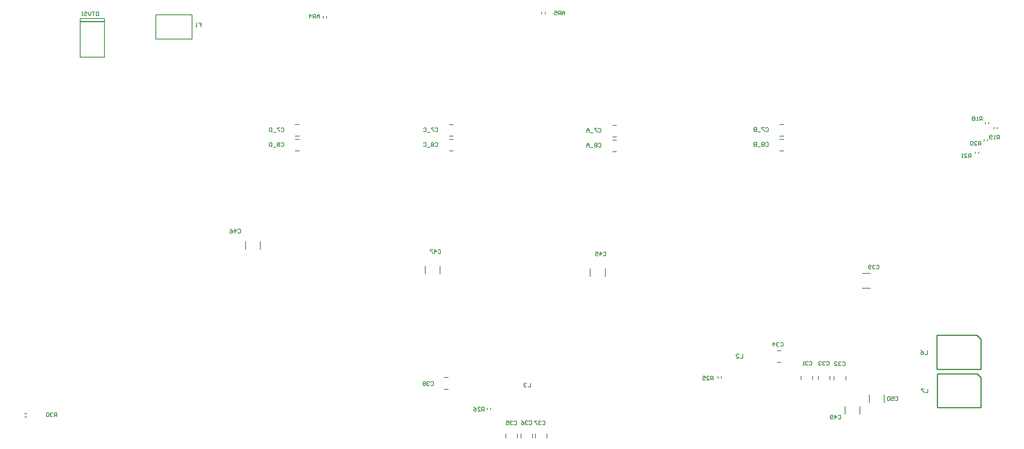
<source format=gbr>
G04 Layer_Color=32896*
%FSLAX45Y45*%
%MOMM*%
%TF.FileFunction,Legend,Bot*%
%TF.Part,Single*%
G01*
G75*
%TA.AperFunction,NonConductor*%
%ADD62C,0.25400*%
%ADD82C,0.20000*%
%ADD88C,0.15000*%
D62*
X4194998Y10553705D02*
X4695002D01*
X22650999Y4087000D02*
X22731000Y4007000D01*
X21831000Y4087000D02*
X22650999D01*
X21831000Y3387000D02*
Y4087000D01*
Y3387000D02*
X22731000D01*
Y4007000D01*
X22655000Y3297000D02*
X22735001Y3217000D01*
X21835001Y3297000D02*
X22655000D01*
X21835001Y2597000D02*
Y3297000D01*
Y2597000D02*
X22735001D01*
Y3217000D01*
D82*
X20249001Y2465000D02*
Y2625000D01*
X19939000Y2465000D02*
Y2625000D01*
X20748000Y2701000D02*
Y2861000D01*
X20438000Y2701000D02*
Y2861000D01*
X18541000Y3772000D02*
X18621001D01*
X18541000Y3532000D02*
X18621001D01*
X18597400Y7883000D02*
X18677400D01*
X18597400Y8123000D02*
X18677400D01*
X18597400Y8187800D02*
X18677400D01*
X18597400Y8427800D02*
X18677400D01*
X15153400Y7866000D02*
X15233400D01*
X15153400Y8106000D02*
X15233400D01*
X15153400Y8170800D02*
X15233400D01*
X15153400Y8410800D02*
X15233400D01*
X11793400Y7879000D02*
X11873400D01*
X11793400Y8119000D02*
X11873400D01*
X11793400Y8183800D02*
X11873400D01*
X11793400Y8423800D02*
X11873400D01*
X6493901Y10189403D02*
Y10439405D01*
X5748899Y10189403D02*
X6493901D01*
X5748899D02*
Y10689402D01*
X6493901D01*
Y10439405D02*
Y10689402D01*
X9265361Y10620055D02*
Y10660060D01*
X9195359Y10620055D02*
Y10660060D01*
X13766000Y10705995D02*
Y10746000D01*
X13695999Y10705995D02*
Y10746000D01*
X4194998Y10611800D02*
X4445000D01*
X4194998Y9809805D02*
Y10611800D01*
Y9809805D02*
X4695002D01*
Y10611800D01*
X4445000D02*
X4695002D01*
X7592000Y5863600D02*
Y6023600D01*
X7902000Y5863600D02*
Y6023600D01*
X19386000Y3174000D02*
Y3254000D01*
X19625999Y3174000D02*
Y3254000D01*
X19716000Y3166000D02*
Y3246000D01*
X19956000Y3166000D02*
Y3246000D01*
X19033000Y3174000D02*
Y3254000D01*
X19273000Y3174000D02*
Y3254000D01*
X11687000Y3214000D02*
X11767000D01*
X11687000Y2974000D02*
X11767000D01*
X13564999Y1975000D02*
Y2055000D01*
X13805000Y1975000D02*
Y2055000D01*
X13264999Y1977000D02*
Y2057000D01*
X13505000Y1977000D02*
Y2057000D01*
X12953999Y1975000D02*
Y2055000D01*
X13194000Y1975000D02*
Y2055000D01*
X12644000Y2554000D02*
Y2594000D01*
X12574000Y2554000D02*
Y2594000D01*
X3053400Y2473400D02*
X3093400D01*
X3053400Y2403400D02*
X3093400D01*
X22691800Y7828600D02*
Y7868600D01*
X22621800Y7828600D02*
Y7868600D01*
X22869600Y8082600D02*
Y8122600D01*
X22799600Y8082600D02*
Y8122600D01*
X23072800Y8336600D02*
Y8376600D01*
X23002800Y8336600D02*
Y8376600D01*
X22825000Y8438200D02*
Y8478200D01*
X22895000Y8438200D02*
Y8478200D01*
X8621400Y8185800D02*
X8701400D01*
X8621400Y8425800D02*
X8701400D01*
X8621400Y7881000D02*
X8701400D01*
X8621400Y8121000D02*
X8701400D01*
X20298000Y5363000D02*
X20458000D01*
X20298000Y5053000D02*
X20458000D01*
X14695000Y5302000D02*
Y5462000D01*
X15005000Y5302000D02*
Y5462000D01*
X11294000Y5349000D02*
Y5509000D01*
X11604000Y5349000D02*
Y5509000D01*
X17389999Y3204000D02*
Y3244000D01*
X17320000Y3204000D02*
Y3244000D01*
D88*
X20971684Y2807645D02*
X20985013Y2820974D01*
X21011671D01*
X21025000Y2807645D01*
Y2754329D01*
X21011671Y2741000D01*
X20985013D01*
X20971684Y2754329D01*
X20891710Y2820974D02*
X20945026D01*
Y2780987D01*
X20918369Y2794316D01*
X20905038D01*
X20891710Y2780987D01*
Y2754329D01*
X20905038Y2741000D01*
X20931697D01*
X20945026Y2754329D01*
X20865051Y2807645D02*
X20851723Y2820974D01*
X20825066D01*
X20811736Y2807645D01*
Y2754329D01*
X20825066Y2741000D01*
X20851723D01*
X20865051Y2754329D01*
Y2807645D01*
X19797684Y2426645D02*
X19811012Y2439974D01*
X19837671D01*
X19850999Y2426645D01*
Y2373329D01*
X19837671Y2360000D01*
X19811012D01*
X19797684Y2373329D01*
X19731039Y2360000D02*
Y2439974D01*
X19771027Y2399987D01*
X19717709D01*
X19691052Y2373329D02*
X19677722Y2360000D01*
X19651064D01*
X19637735Y2373329D01*
Y2426645D01*
X19651064Y2439974D01*
X19677722D01*
X19691052Y2426645D01*
Y2413316D01*
X19677722Y2399987D01*
X19637735D01*
X18607684Y3926645D02*
X18621013Y3939974D01*
X18647672D01*
X18661000Y3926645D01*
Y3873329D01*
X18647672Y3860000D01*
X18621013D01*
X18607684Y3873329D01*
X18581026Y3926645D02*
X18567696Y3939974D01*
X18541039D01*
X18527708Y3926645D01*
Y3913316D01*
X18541039Y3899987D01*
X18554369D01*
X18541039D01*
X18527708Y3886658D01*
Y3873329D01*
X18541039Y3860000D01*
X18567696D01*
X18581026Y3873329D01*
X18461064Y3860000D02*
Y3939974D01*
X18501051Y3899987D01*
X18447736D01*
X18304683Y8044245D02*
X18318011Y8057574D01*
X18344670D01*
X18358000Y8044245D01*
Y7990929D01*
X18344670Y7977600D01*
X18318011D01*
X18304683Y7990929D01*
X18278024Y8044245D02*
X18264696Y8057574D01*
X18238039D01*
X18224709Y8044245D01*
Y8030916D01*
X18238039Y8017587D01*
X18224709Y8004258D01*
Y7990929D01*
X18238039Y7977600D01*
X18264696D01*
X18278024Y7990929D01*
Y8004258D01*
X18264696Y8017587D01*
X18278024Y8030916D01*
Y8044245D01*
X18264696Y8017587D02*
X18238039D01*
X18198051Y7964271D02*
X18144736D01*
X18118077Y8057574D02*
Y7977600D01*
X18078090D01*
X18064761Y7990929D01*
Y8004258D01*
X18078090Y8017587D01*
X18118077D01*
X18078090D01*
X18064761Y8030916D01*
Y8044245D01*
X18078090Y8057574D01*
X18118077D01*
X18304683Y8349045D02*
X18318011Y8362374D01*
X18344670D01*
X18358000Y8349045D01*
Y8295729D01*
X18344670Y8282400D01*
X18318011D01*
X18304683Y8295729D01*
X18278024Y8362374D02*
X18224709D01*
Y8349045D01*
X18278024Y8295729D01*
Y8282400D01*
X18198051Y8269071D02*
X18144736D01*
X18118077Y8362374D02*
Y8282400D01*
X18078090D01*
X18064761Y8295729D01*
Y8309058D01*
X18078090Y8322387D01*
X18118077D01*
X18078090D01*
X18064761Y8335716D01*
Y8349045D01*
X18078090Y8362374D01*
X18118077D01*
X14860684Y8027245D02*
X14874013Y8040574D01*
X14900671D01*
X14914000Y8027245D01*
Y7973929D01*
X14900671Y7960600D01*
X14874013D01*
X14860684Y7973929D01*
X14834026Y8027245D02*
X14820697Y8040574D01*
X14794038D01*
X14780710Y8027245D01*
Y8013916D01*
X14794038Y8000587D01*
X14780710Y7987258D01*
Y7973929D01*
X14794038Y7960600D01*
X14820697D01*
X14834026Y7973929D01*
Y7987258D01*
X14820697Y8000587D01*
X14834026Y8013916D01*
Y8027245D01*
X14820697Y8000587D02*
X14794038D01*
X14754053Y7947271D02*
X14700735D01*
X14674077Y7960600D02*
Y8013916D01*
X14647420Y8040574D01*
X14620761Y8013916D01*
Y7960600D01*
Y8000587D01*
X14674077D01*
X14860684Y8332045D02*
X14874013Y8345374D01*
X14900671D01*
X14914000Y8332045D01*
Y8278729D01*
X14900671Y8265400D01*
X14874013D01*
X14860684Y8278729D01*
X14834026Y8345374D02*
X14780710D01*
Y8332045D01*
X14834026Y8278729D01*
Y8265400D01*
X14754053Y8252071D02*
X14700735D01*
X14674077Y8265400D02*
Y8318716D01*
X14647420Y8345374D01*
X14620761Y8318716D01*
Y8265400D01*
Y8305387D01*
X14674077D01*
X11500684Y8040245D02*
X11514013Y8053574D01*
X11540671D01*
X11554000Y8040245D01*
Y7986929D01*
X11540671Y7973600D01*
X11514013D01*
X11500684Y7986929D01*
X11474026Y8040245D02*
X11460696Y8053574D01*
X11434038D01*
X11420709Y8040245D01*
Y8026916D01*
X11434038Y8013587D01*
X11420709Y8000258D01*
Y7986929D01*
X11434038Y7973600D01*
X11460696D01*
X11474026Y7986929D01*
Y8000258D01*
X11460696Y8013587D01*
X11474026Y8026916D01*
Y8040245D01*
X11460696Y8013587D02*
X11434038D01*
X11394051Y7960271D02*
X11340735D01*
X11260761Y8040245D02*
X11274090Y8053574D01*
X11300748D01*
X11314077Y8040245D01*
Y7986929D01*
X11300748Y7973600D01*
X11274090D01*
X11260761Y7986929D01*
X11500684Y8345045D02*
X11514013Y8358374D01*
X11540671D01*
X11554000Y8345045D01*
Y8291729D01*
X11540671Y8278400D01*
X11514013D01*
X11500684Y8291729D01*
X11474026Y8358374D02*
X11420709D01*
Y8345045D01*
X11474026Y8291729D01*
Y8278400D01*
X11394051Y8265071D02*
X11340735D01*
X11260761Y8345045D02*
X11274090Y8358374D01*
X11300748D01*
X11314077Y8345045D01*
Y8291729D01*
X11300748Y8278400D01*
X11274090D01*
X11260761Y8291729D01*
X21644000Y2982974D02*
Y2903000D01*
X21590685D01*
X21564026Y2982974D02*
X21510710D01*
Y2969645D01*
X21564026Y2916329D01*
Y2903000D01*
X21634000Y3775974D02*
Y3696000D01*
X21580684D01*
X21500710Y3775974D02*
X21527368Y3762645D01*
X21554025Y3735987D01*
Y3709329D01*
X21540697Y3696000D01*
X21514040D01*
X21500710Y3709329D01*
Y3722658D01*
X21514040Y3735987D01*
X21554025D01*
X6626884Y10519374D02*
X6680200D01*
Y10479387D01*
X6653542D01*
X6680200D01*
Y10439400D01*
X6600226D02*
X6573568D01*
X6586897D01*
Y10519374D01*
X6600226Y10506045D01*
X9118600Y10617200D02*
Y10670516D01*
X9091942Y10697174D01*
X9065284Y10670516D01*
Y10617200D01*
Y10657187D01*
X9118600D01*
X9038626Y10617200D02*
Y10697174D01*
X8998639D01*
X8985310Y10683845D01*
Y10657187D01*
X8998639Y10643858D01*
X9038626D01*
X9011968D02*
X8985310Y10617200D01*
X8918664D02*
Y10697174D01*
X8958652Y10657187D01*
X8905336D01*
X14167880Y10682820D02*
Y10736136D01*
X14141222Y10762794D01*
X14114565Y10736136D01*
Y10682820D01*
Y10722807D01*
X14167880D01*
X14087906Y10682820D02*
Y10762794D01*
X14047919D01*
X14034590Y10749465D01*
Y10722807D01*
X14047919Y10709478D01*
X14087906D01*
X14061247D02*
X14034590Y10682820D01*
X13954614Y10762794D02*
X14007932D01*
Y10722807D01*
X13981274Y10736136D01*
X13967944D01*
X13954614Y10722807D01*
Y10696149D01*
X13967944Y10682820D01*
X13994601D01*
X14007932Y10696149D01*
X4572000Y10747974D02*
Y10668000D01*
X4532013D01*
X4518684Y10681329D01*
Y10734645D01*
X4532013Y10747974D01*
X4572000D01*
X4492026D02*
X4438710D01*
X4465368D01*
Y10668000D01*
X4412052Y10747974D02*
Y10694658D01*
X4385394Y10668000D01*
X4358736Y10694658D01*
Y10747974D01*
X4278761Y10734645D02*
X4292090Y10747974D01*
X4318748D01*
X4332077Y10734645D01*
Y10721316D01*
X4318748Y10707987D01*
X4292090D01*
X4278761Y10694658D01*
Y10681329D01*
X4292090Y10668000D01*
X4318748D01*
X4332077Y10681329D01*
X4252103Y10668000D02*
X4225445D01*
X4238774D01*
Y10747974D01*
X4252103Y10734645D01*
X7438414Y6260435D02*
X7451743Y6273764D01*
X7478401D01*
X7491730Y6260435D01*
Y6207119D01*
X7478401Y6193790D01*
X7451743D01*
X7438414Y6207119D01*
X7371769Y6193790D02*
Y6273764D01*
X7411756Y6233777D01*
X7358440D01*
X7278466Y6273764D02*
X7305124Y6260435D01*
X7331782Y6233777D01*
Y6207119D01*
X7318452Y6193790D01*
X7291794D01*
X7278466Y6207119D01*
Y6220448D01*
X7291794Y6233777D01*
X7331782D01*
X19554282Y3535445D02*
X19567612Y3548774D01*
X19594269D01*
X19607597Y3535445D01*
Y3482129D01*
X19594269Y3468800D01*
X19567612D01*
X19554282Y3482129D01*
X19527625Y3535445D02*
X19514294Y3548774D01*
X19487637D01*
X19474307Y3535445D01*
Y3522116D01*
X19487637Y3508787D01*
X19500966D01*
X19487637D01*
X19474307Y3495458D01*
Y3482129D01*
X19487637Y3468800D01*
X19514294D01*
X19527625Y3482129D01*
X19447650Y3535445D02*
X19434322Y3548774D01*
X19407663D01*
X19394334Y3535445D01*
Y3522116D01*
X19407663Y3508787D01*
X19420992D01*
X19407663D01*
X19394334Y3495458D01*
Y3482129D01*
X19407663Y3468800D01*
X19434322D01*
X19447650Y3482129D01*
X19884282Y3527445D02*
X19897610Y3540774D01*
X19924269D01*
X19937598Y3527445D01*
Y3474129D01*
X19924269Y3460800D01*
X19897610D01*
X19884282Y3474129D01*
X19857623Y3527445D02*
X19844295Y3540774D01*
X19817638D01*
X19804308Y3527445D01*
Y3514116D01*
X19817638Y3500787D01*
X19830966D01*
X19817638D01*
X19804308Y3487458D01*
Y3474129D01*
X19817638Y3460800D01*
X19844295D01*
X19857623Y3474129D01*
X19724335Y3460800D02*
X19777650D01*
X19724335Y3514116D01*
Y3527445D01*
X19737663Y3540774D01*
X19764320D01*
X19777650Y3527445D01*
X19201282Y3535445D02*
X19214610Y3548774D01*
X19241269D01*
X19254597Y3535445D01*
Y3482129D01*
X19241269Y3468800D01*
X19214610D01*
X19201282Y3482129D01*
X19174625Y3535445D02*
X19161295Y3548774D01*
X19134637D01*
X19121307Y3535445D01*
Y3522116D01*
X19134637Y3508787D01*
X19147966D01*
X19134637D01*
X19121307Y3495458D01*
Y3482129D01*
X19134637Y3468800D01*
X19161295D01*
X19174625Y3482129D01*
X19094650Y3468800D02*
X19067992D01*
X19081322D01*
Y3548774D01*
X19094650Y3535445D01*
X11411684Y3116645D02*
X11425013Y3129974D01*
X11451671D01*
X11465000Y3116645D01*
Y3063329D01*
X11451671Y3050000D01*
X11425013D01*
X11411684Y3063329D01*
X11385026Y3116645D02*
X11371697Y3129974D01*
X11345039D01*
X11331710Y3116645D01*
Y3103316D01*
X11345039Y3089987D01*
X11358368D01*
X11345039D01*
X11331710Y3076658D01*
Y3063329D01*
X11345039Y3050000D01*
X11371697D01*
X11385026Y3063329D01*
X11305052Y3116645D02*
X11291722Y3129974D01*
X11265064D01*
X11251735Y3116645D01*
Y3103316D01*
X11265064Y3089987D01*
X11251735Y3076658D01*
Y3063329D01*
X11265064Y3050000D01*
X11291722D01*
X11305052Y3063329D01*
Y3076658D01*
X11291722Y3089987D01*
X11305052Y3103316D01*
Y3116645D01*
X11291722Y3089987D02*
X11265064D01*
X13708684Y2310245D02*
X13722012Y2323574D01*
X13748671D01*
X13762000Y2310245D01*
Y2256929D01*
X13748671Y2243600D01*
X13722012D01*
X13708684Y2256929D01*
X13682027Y2310245D02*
X13668697Y2323574D01*
X13642039D01*
X13628709Y2310245D01*
Y2296916D01*
X13642039Y2283587D01*
X13655368D01*
X13642039D01*
X13628709Y2270258D01*
Y2256929D01*
X13642039Y2243600D01*
X13668697D01*
X13682027Y2256929D01*
X13602052Y2323574D02*
X13548737D01*
Y2310245D01*
X13602052Y2256929D01*
Y2243600D01*
X13433284Y2312245D02*
X13446613Y2325574D01*
X13473271D01*
X13486600Y2312245D01*
Y2258929D01*
X13473271Y2245600D01*
X13446613D01*
X13433284Y2258929D01*
X13406625Y2312245D02*
X13393297Y2325574D01*
X13366640D01*
X13353310Y2312245D01*
Y2298916D01*
X13366640Y2285587D01*
X13379968D01*
X13366640D01*
X13353310Y2272258D01*
Y2258929D01*
X13366640Y2245600D01*
X13393297D01*
X13406625Y2258929D01*
X13273335Y2325574D02*
X13299994Y2312245D01*
X13326653Y2285587D01*
Y2258929D01*
X13313322Y2245600D01*
X13286665D01*
X13273335Y2258929D01*
Y2272258D01*
X13286665Y2285587D01*
X13326653D01*
X13123083Y2310245D02*
X13136414Y2323574D01*
X13163071D01*
X13176401Y2310245D01*
Y2256929D01*
X13163071Y2243600D01*
X13136414D01*
X13123083Y2256929D01*
X13096426Y2310245D02*
X13083096Y2323574D01*
X13056439D01*
X13043111Y2310245D01*
Y2296916D01*
X13056439Y2283587D01*
X13069768D01*
X13056439D01*
X13043111Y2270258D01*
Y2256929D01*
X13056439Y2243600D01*
X13083096D01*
X13096426Y2256929D01*
X12963136Y2323574D02*
X13016452D01*
Y2283587D01*
X12989793Y2296916D01*
X12976465D01*
X12963136Y2283587D01*
Y2256929D01*
X12976465Y2243600D01*
X13003123D01*
X13016452Y2256929D01*
X13462000Y3102974D02*
Y3023000D01*
X13408684D01*
X13382027Y3089645D02*
X13368697Y3102974D01*
X13342039D01*
X13328709Y3089645D01*
Y3076316D01*
X13342039Y3062987D01*
X13355368D01*
X13342039D01*
X13328709Y3049658D01*
Y3036329D01*
X13342039Y3023000D01*
X13368697D01*
X13382027Y3036329D01*
X12509000Y2526000D02*
Y2605974D01*
X12469013D01*
X12455684Y2592645D01*
Y2565987D01*
X12469013Y2552658D01*
X12509000D01*
X12482342D02*
X12455684Y2526000D01*
X12375710D02*
X12429026D01*
X12375710Y2579316D01*
Y2592645D01*
X12389038Y2605974D01*
X12415697D01*
X12429026Y2592645D01*
X12295735Y2605974D02*
X12322393Y2592645D01*
X12349052Y2565987D01*
Y2539329D01*
X12335722Y2526000D01*
X12309064D01*
X12295735Y2539329D01*
Y2552658D01*
X12309064Y2565987D01*
X12349052D01*
X3708400Y2413000D02*
Y2492974D01*
X3668413D01*
X3655084Y2479645D01*
Y2452987D01*
X3668413Y2439658D01*
X3708400D01*
X3681742D02*
X3655084Y2413000D01*
X3628426Y2479645D02*
X3615097Y2492974D01*
X3588439D01*
X3575110Y2479645D01*
Y2466316D01*
X3588439Y2452987D01*
X3601768D01*
X3588439D01*
X3575110Y2439658D01*
Y2426329D01*
X3588439Y2413000D01*
X3615097D01*
X3628426Y2426329D01*
X3548452Y2479645D02*
X3535122Y2492974D01*
X3508464D01*
X3495136Y2479645D01*
Y2426329D01*
X3508464Y2413000D01*
X3535122D01*
X3548452Y2426329D01*
Y2479645D01*
X22529800Y7747000D02*
Y7826974D01*
X22489813D01*
X22476485Y7813645D01*
Y7786987D01*
X22489813Y7773658D01*
X22529800D01*
X22503142D02*
X22476485Y7747000D01*
X22396510D02*
X22449826D01*
X22396510Y7800316D01*
Y7813645D01*
X22409839Y7826974D01*
X22436497D01*
X22449826Y7813645D01*
X22369852Y7747000D02*
X22343195D01*
X22356522D01*
Y7826974D01*
X22369852Y7813645D01*
X22733000Y8001000D02*
Y8080974D01*
X22693013D01*
X22679684Y8067645D01*
Y8040987D01*
X22693013Y8027658D01*
X22733000D01*
X22706342D02*
X22679684Y8001000D01*
X22599710D02*
X22653026D01*
X22599710Y8054316D01*
Y8067645D01*
X22613039Y8080974D01*
X22639697D01*
X22653026Y8067645D01*
X22573051D02*
X22559721Y8080974D01*
X22533064D01*
X22519736Y8067645D01*
Y8014329D01*
X22533064Y8001000D01*
X22559721D01*
X22573051Y8014329D01*
Y8067645D01*
X23114000Y8128000D02*
Y8207974D01*
X23074013D01*
X23060684Y8194645D01*
Y8167987D01*
X23074013Y8154658D01*
X23114000D01*
X23087341D02*
X23060684Y8128000D01*
X23034026D02*
X23007368D01*
X23020697D01*
Y8207974D01*
X23034026Y8194645D01*
X22967381Y8141329D02*
X22954051Y8128000D01*
X22927393D01*
X22914064Y8141329D01*
Y8194645D01*
X22927393Y8207974D01*
X22954051D01*
X22967381Y8194645D01*
Y8181316D01*
X22954051Y8167987D01*
X22914064D01*
X22758400Y8509000D02*
Y8588974D01*
X22718413D01*
X22705084Y8575645D01*
Y8548987D01*
X22718413Y8535658D01*
X22758400D01*
X22731741D02*
X22705084Y8509000D01*
X22678426D02*
X22651768D01*
X22665097D01*
Y8588974D01*
X22678426Y8575645D01*
X22611781D02*
X22598451Y8588974D01*
X22571793D01*
X22558464Y8575645D01*
Y8562316D01*
X22571793Y8548987D01*
X22558464Y8535658D01*
Y8522329D01*
X22571793Y8509000D01*
X22598451D01*
X22611781Y8522329D01*
Y8535658D01*
X22598451Y8548987D01*
X22611781Y8562316D01*
Y8575645D01*
X22598451Y8548987D02*
X22571793D01*
X8328684Y8347045D02*
X8342013Y8360374D01*
X8368671D01*
X8382000Y8347045D01*
Y8293729D01*
X8368671Y8280400D01*
X8342013D01*
X8328684Y8293729D01*
X8302026Y8360374D02*
X8248710D01*
Y8347045D01*
X8302026Y8293729D01*
Y8280400D01*
X8222052Y8267071D02*
X8168736D01*
X8142077Y8360374D02*
Y8280400D01*
X8102090D01*
X8088761Y8293729D01*
Y8347045D01*
X8102090Y8360374D01*
X8142077D01*
X8328684Y8042245D02*
X8342013Y8055574D01*
X8368671D01*
X8382000Y8042245D01*
Y7988929D01*
X8368671Y7975600D01*
X8342013D01*
X8328684Y7988929D01*
X8302026Y8042245D02*
X8288697Y8055574D01*
X8262039D01*
X8248710Y8042245D01*
Y8028916D01*
X8262039Y8015587D01*
X8248710Y8002258D01*
Y7988929D01*
X8262039Y7975600D01*
X8288697D01*
X8302026Y7988929D01*
Y8002258D01*
X8288697Y8015587D01*
X8302026Y8028916D01*
Y8042245D01*
X8288697Y8015587D02*
X8262039D01*
X8222052Y7962271D02*
X8168736D01*
X8142077Y8055574D02*
Y7975600D01*
X8102090D01*
X8088761Y7988929D01*
Y8042245D01*
X8102090Y8055574D01*
X8142077D01*
X20584184Y5520025D02*
X20597513Y5533354D01*
X20624171D01*
X20637500Y5520025D01*
Y5466709D01*
X20624171Y5453380D01*
X20597513D01*
X20584184Y5466709D01*
X20557526Y5520025D02*
X20544197Y5533354D01*
X20517538D01*
X20504210Y5520025D01*
Y5506696D01*
X20517538Y5493367D01*
X20530869D01*
X20517538D01*
X20504210Y5480038D01*
Y5466709D01*
X20517538Y5453380D01*
X20544197D01*
X20557526Y5466709D01*
X20477551D02*
X20464223Y5453380D01*
X20437564D01*
X20424236Y5466709D01*
Y5520025D01*
X20437564Y5533354D01*
X20464223D01*
X20477551Y5520025D01*
Y5506696D01*
X20464223Y5493367D01*
X20424236D01*
X14960884Y5788345D02*
X14974213Y5801674D01*
X15000871D01*
X15014200Y5788345D01*
Y5735029D01*
X15000871Y5721700D01*
X14974213D01*
X14960884Y5735029D01*
X14894238Y5721700D02*
Y5801674D01*
X14934225Y5761687D01*
X14880910D01*
X14800935Y5801674D02*
X14854253D01*
Y5761687D01*
X14827594Y5775016D01*
X14814265D01*
X14800935Y5761687D01*
Y5735029D01*
X14814265Y5721700D01*
X14840923D01*
X14854253Y5735029D01*
X11559724Y5836265D02*
X11573053Y5849594D01*
X11599711D01*
X11613040Y5836265D01*
Y5782949D01*
X11599711Y5769620D01*
X11573053D01*
X11559724Y5782949D01*
X11493079Y5769620D02*
Y5849594D01*
X11533066Y5809607D01*
X11479750D01*
X11453092Y5849594D02*
X11399776D01*
Y5836265D01*
X11453092Y5782949D01*
Y5769620D01*
X17833000Y3696974D02*
Y3617000D01*
X17779684D01*
X17699710D02*
X17753026D01*
X17699710Y3670316D01*
Y3683645D01*
X17713039Y3696974D01*
X17739697D01*
X17753026Y3683645D01*
X17220000Y3166000D02*
Y3245974D01*
X17180013D01*
X17166684Y3232645D01*
Y3205987D01*
X17180013Y3192658D01*
X17220000D01*
X17193343D02*
X17166684Y3166000D01*
X17086710D02*
X17140025D01*
X17086710Y3219316D01*
Y3232645D01*
X17100040Y3245974D01*
X17126697D01*
X17140025Y3232645D01*
X17006737Y3245974D02*
X17060052D01*
Y3205987D01*
X17033394Y3219316D01*
X17020065D01*
X17006737Y3205987D01*
Y3179329D01*
X17020065Y3166000D01*
X17046722D01*
X17060052Y3179329D01*
%TF.MD5,9f19835484eb49fcec0700c4bdf87111*%
M02*

</source>
